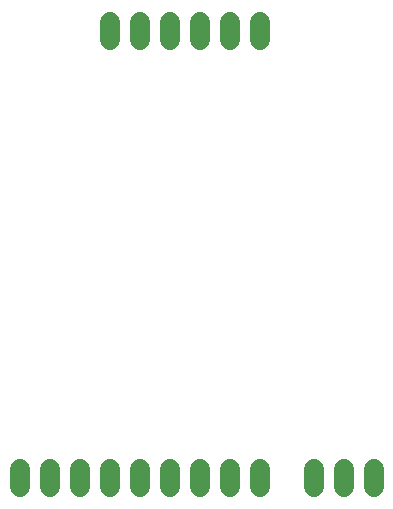
<source format=gbr>
G04 EAGLE Gerber RS-274X export*
G75*
%MOMM*%
%FSLAX34Y34*%
%LPD*%
%INSoldermask Bottom*%
%IPPOS*%
%AMOC8*
5,1,8,0,0,1.08239X$1,22.5*%
G01*
%ADD10C,1.727200*%


D10*
X106680Y401320D02*
X106680Y416560D01*
X132080Y416560D02*
X132080Y401320D01*
X157480Y401320D02*
X157480Y416560D01*
X182880Y416560D02*
X182880Y401320D01*
X208280Y401320D02*
X208280Y416560D01*
X233680Y416560D02*
X233680Y401320D01*
X330200Y38100D02*
X330200Y22860D01*
X304800Y22860D02*
X304800Y38100D01*
X279400Y38100D02*
X279400Y22860D01*
X233680Y22860D02*
X233680Y38100D01*
X208280Y38100D02*
X208280Y22860D01*
X182880Y22860D02*
X182880Y38100D01*
X157480Y38100D02*
X157480Y22860D01*
X132080Y22860D02*
X132080Y38100D01*
X106680Y38100D02*
X106680Y22860D01*
X81280Y22860D02*
X81280Y38100D01*
X55880Y38100D02*
X55880Y22860D01*
X30480Y22860D02*
X30480Y38100D01*
M02*

</source>
